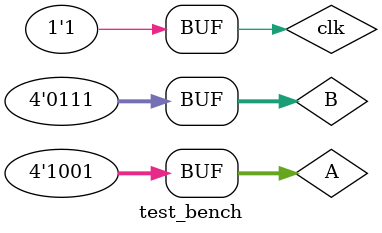
<source format=v>
module shift_reg(in,sin,clk,out);
	input [3:0]in;
	input sin;
	input clk;
	output [3:0]out;
	reg [3:0]out;
	always@(in) 
		begin
		out = in;
		end
	always@(posedge clk)
		begin
		out = {sin,out[3:1]};
		end
endmodule

module fadder(x,y,z,S,C);
	input x,y,z;
	output S,C;
	assign {C,S} = x+y+z;
endmodule

module d_ff(d,q,clk);
	input d,clk;
	output q;
	reg q;
	initial
		q = 1'b0;
	always@(posedge clk)
		q = d;
endmodule

module serialAdder(A,B,clk,sum,cout);
	input [3:0]A,B;
	input clk;
	output cout;
	output [3:0]sum;
	wire [3:0]x,y;
	wire s,cin;
	assign sum=x;
	shift_reg s1(A,s,clk,x);
	shift_reg s2(B,1'b0,clk,y);
	fadder fa(x[0],y[0],cin,s,cout);
	d_ff d1(cout,cin,clk);
endmodule


module test_bench;
	reg clk;
	reg [3:0] A,B;
	wire cout;
	wire [3:0]sum;
	serialAdder sa(A,B,clk,sum,cout);
	initial
		$monitor($time," A=%b, B=%b, clk=%b, Carry=%b, sum=%b",A,B,clk,sa.cin,sum);
	initial
		begin
		#0 A = 4'b1001; B=4'b0111; clk=0;
		#1 clk=~clk;
		#1 clk=~clk;
		#1 clk=~clk;
		#1 clk=~clk;
		#1 clk=~clk;
		#1 clk=~clk;
		#1 clk=~clk;
		#1 clk=~clk;
		#1 clk=~clk;
		end
		initial
begin
$dumpfile("filename.vcd");
$dumpvars;
end
endmodule


</source>
